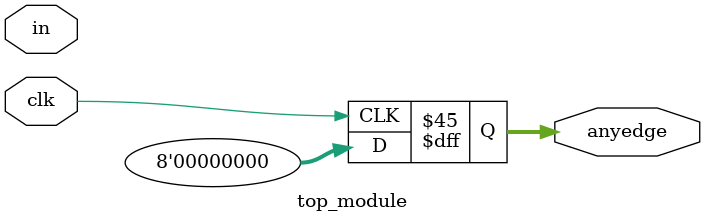
<source format=sv>
module top_module (
	input clk,
	input [7:0] in,
	output reg [7:0] anyedge
);
	always @(posedge clk) begin
		for (integer i = 0; i < 8; i = i + 1) begin
			if (in[i] && !in[i]) begin
				anyedge[i] <= 1'b1;
			end
			else begin
				anyedge[i] <= 1'b0;
			end
		end
	end
endmodule

</source>
